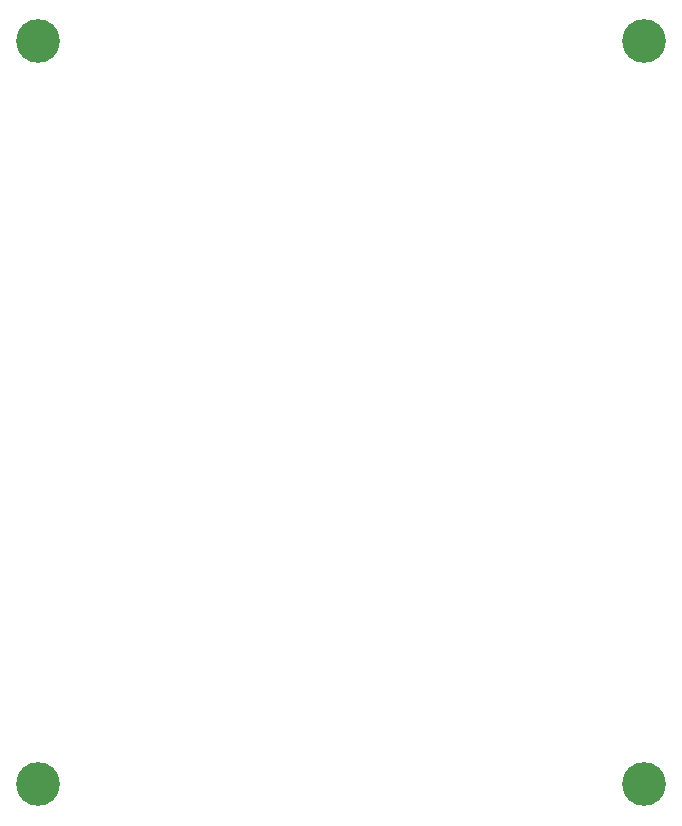
<source format=gts>
%TF.GenerationSoftware,KiCad,Pcbnew,(6.0.4)*%
%TF.CreationDate,2022-08-26T14:00:32+02:00*%
%TF.ProjectId,Little Big Scroll 6 - Rear Plate,4c697474-6c65-4204-9269-67205363726f,v1.1*%
%TF.SameCoordinates,Original*%
%TF.FileFunction,Soldermask,Top*%
%TF.FilePolarity,Negative*%
%FSLAX46Y46*%
G04 Gerber Fmt 4.6, Leading zero omitted, Abs format (unit mm)*
G04 Created by KiCad (PCBNEW (6.0.4)) date 2022-08-26 14:00:32*
%MOMM*%
%LPD*%
G01*
G04 APERTURE LIST*
%ADD10C,3.700000*%
G04 APERTURE END LIST*
D10*
X84600000Y-112685000D03*
X135940000Y-112685000D03*
X135940000Y-49730000D03*
X84600000Y-49730000D03*
M02*

</source>
